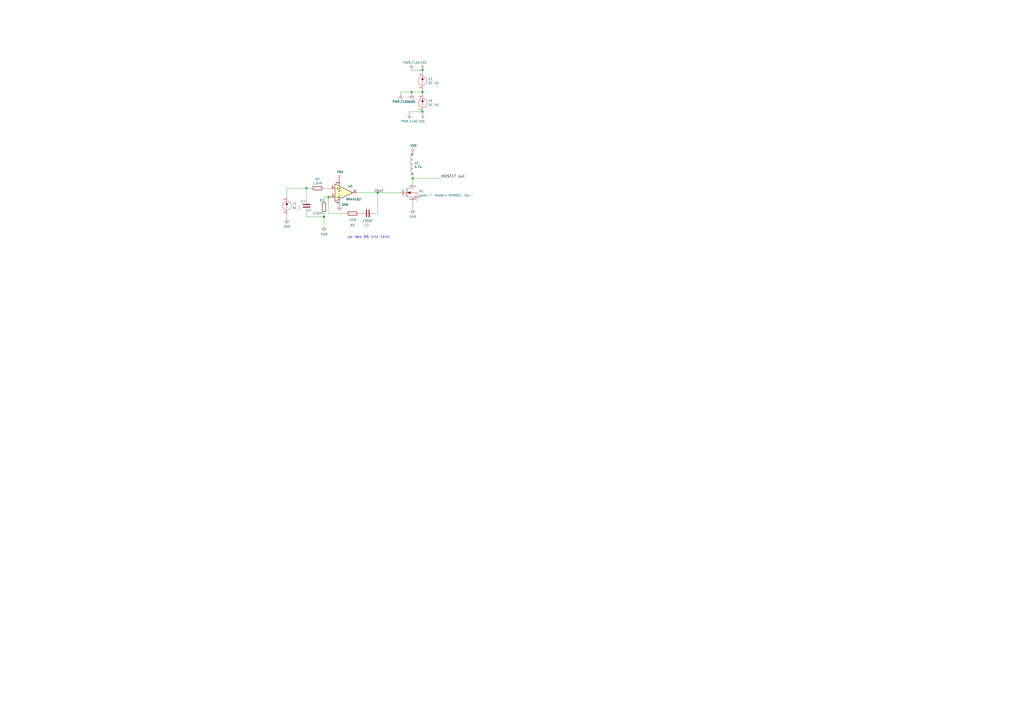
<source format=kicad_sch>
(kicad_sch (version 20210126) (generator eeschema)
  (paper "A2")
  (lib_symbols
    (symbol "Device:C" (pin_numbers hide) (pin_names (offset 0.254))
      (property "Reference" "C" (at 0.635 2.54 0))
      (property "Value" "C" (at 0.635 -2.54 0))
      (symbol "C_0_1"
        (polyline (pts (xy -2.032 -0.762) (xy 2.032 -0.762)) (stroke (width 0.508)))
        (polyline (pts (xy -2.032 0.762) (xy 2.032 0.762)) (stroke (width 0.508)))
      )
      (symbol "C_1_1"
        (pin passive line (at 0 3.81 270) (length 2.794) (name "~") (number "1"))
        (pin passive line (at 0 -3.81 90) (length 2.794) (name "~") (number "2"))
      )
    )
    (symbol "Device:R" (pin_numbers hide) (pin_names (offset 0))
      (property "Reference" "R" (at 2.032 0 90))
      (property "Value" "R" (at 0 0 90))
      (symbol "R_0_1"
        (rectangle (start -1.016 -2.54) (end 1.016 2.54) (stroke (width 0.254)))
      )
      (symbol "R_1_1"
        (pin passive line (at 0 3.81 270) (length 1.27) (name "~") (number "1"))
        (pin passive line (at 0 -3.81 90) (length 1.27) (name "~") (number "2"))
      )
    )
    (symbol "power:GND" (power) (pin_names (offset 0))
      (property "Value" "GND" (at 0 -3.81 0))
      (symbol "GND_0_1"
        (polyline (pts (xy 0 0) (xy 0 -1.27) (xy 1.27 -1.27) (xy 0 -2.54) (xy -1.27 -1.27) (xy 0 -1.27)))
      )
      (symbol "GND_1_1"
        (pin power_in line (at 0 0 270) (length 0) hide (name "GND") (number "1"))
      )
    )
    (symbol "power:PWR_FLAG" (power) (pin_numbers hide) (pin_names (offset 0) hide)
      (property "Value" "PWR_FLAG" (at 0 3.81 0))
      (symbol "PWR_FLAG_0_0"
        (pin power_out line (at 0 0 90) (length 0) (name "pwr") (number "1"))
      )
      (symbol "PWR_FLAG_0_1"
        (polyline (pts (xy 0 0) (xy 0 1.27) (xy -1.016 1.905) (xy 0 2.54) (xy 1.016 1.905) (xy 0 1.27)))
      )
    )
    (symbol "pspice:INDUCTOR" (pin_numbers hide) (pin_names (offset 0))
      (property "Reference" "L" (at 0 2.54 0))
      (property "Value" "INDUCTOR" (at 0 -1.27 0))
      (symbol "INDUCTOR_0_1"
        (arc (start -2.54 0) (end -5.08 0) (radius (at -3.81 0) (length 1.27) (angles 0.1 179.9)))
        (arc (start 0 0) (end -2.54 0) (radius (at -1.27 0) (length 1.27) (angles 0.1 179.9)))
        (arc (start 2.54 0) (end 0 0) (radius (at 1.27 0) (length 1.27) (angles 0.1 179.9)))
        (arc (start 5.08 0) (end 2.54 0) (radius (at 3.81 0) (length 1.27) (angles 0.1 179.9)))
      )
      (symbol "INDUCTOR_1_1"
        (pin input line (at -6.35 0 0) (length 1.27) (name "1") (number "1"))
        (pin input line (at 6.35 0 180) (length 1.27) (name "2") (number "2"))
      )
    )
    (symbol "pspice:MNMOS" (pin_names (offset 0))
      (property "Reference" "M" (at 7.62 1.27 0))
      (property "Value" "MNMOS" (at 7.62 -1.27 0))
      (symbol "MNMOS_0_1"
        (polyline (pts (xy -1.27 -2.54) (xy -1.27 2.54)))
        (polyline (pts (xy -0.635 -2.54) (xy 2.54 -2.54)))
        (polyline (pts (xy 2.54 2.54) (xy -0.635 2.54)))
        (polyline (pts (xy 5.08 0) (xy -0.635 0)))
        (polyline (pts (xy -0.635 0) (xy 1.27 0.635) (xy 1.27 -0.635) (xy -0.635 0)) (fill (type outline)))
      )
      (symbol "MNMOS_1_1"
        (polyline (pts (xy -0.635 -2.54) (xy -0.635 2.54)))
        (pin passive line (at 2.54 5.08 270) (length 2.54) (name "D") (number "1"))
        (pin input line (at -5.08 0 0) (length 3.81) (name "G") (number "2"))
        (pin passive line (at 2.54 -5.08 90) (length 2.54) (name "S") (number "3"))
        (pin input line (at 5.08 -5.08 90) (length 5.08) (name "B") (number "4"))
      )
    )
    (symbol "sallen_key_schlib:C" (pin_numbers hide) (pin_names (offset 0.254))
      (property "Reference" "C" (at 0.635 2.54 0))
      (property "Value" "C" (at 0.635 -2.54 0))
      (symbol "C_0_1"
        (polyline (pts (xy -2.032 -0.762) (xy 2.032 -0.762)) (stroke (width 0.508)))
        (polyline (pts (xy -2.032 0.762) (xy 2.032 0.762)) (stroke (width 0.508)))
      )
      (symbol "C_1_1"
        (pin passive line (at 0 3.81 270) (length 2.794) (name "~") (number "1"))
        (pin passive line (at 0 -3.81 90) (length 2.794) (name "~") (number "2"))
      )
    )
    (symbol "sallen_key_schlib:GND" (power) (pin_names (offset 0))
      (property "Value" "GND" (at 0 -3.81 0))
      (symbol "GND_0_1"
        (polyline (pts (xy 0 0) (xy 0 -1.27) (xy 1.27 -1.27) (xy 0 -2.54) (xy -1.27 -1.27) (xy 0 -1.27)))
      )
      (symbol "GND_1_1"
        (pin power_in line (at 0 0 270) (length 0) hide (name "GND") (number "1"))
      )
    )
    (symbol "sallen_key_schlib:Generic_Opamp"
      (property "Reference" "U" (at 0 6.35 0))
      (property "Value" "Generic_Opamp" (at 0 3.81 0))
      (symbol "Generic_Opamp_0_1"
        (polyline (pts (xy -5.08 5.08) (xy 5.08 0) (xy -5.08 -5.08) (xy -5.08 5.08)) (stroke (width 0.254)) (fill (type background)))
      )
      (symbol "Generic_Opamp_1_1"
        (pin input line (at -7.62 2.54 0) (length 2.54) (name "+") (number "1"))
        (pin input line (at -7.62 -2.54 0) (length 2.54) (name "-") (number "2"))
        (pin power_in line (at -2.54 7.62 270) (length 3.81) (name "V+") (number "3"))
        (pin power_in line (at -2.54 -7.62 90) (length 3.81) (name "V-") (number "4"))
        (pin output line (at 7.62 0 180) (length 2.54) (name "~") (number "5"))
      )
    )
    (symbol "sallen_key_schlib:R" (pin_numbers hide) (pin_names (offset 0))
      (property "Reference" "R" (at 2.032 0 90))
      (property "Value" "R" (at 0 0 90))
      (symbol "R_0_1"
        (rectangle (start -1.016 -2.54) (end 1.016 2.54) (stroke (width 0.254)))
      )
      (symbol "R_1_1"
        (pin passive line (at 0 3.81 270) (length 1.27) (name "~") (number "1"))
        (pin passive line (at 0 -3.81 90) (length 1.27) (name "~") (number "2"))
      )
    )
    (symbol "sallen_key_schlib:VDD" (power) (pin_names (offset 0))
      (property "Value" "VDD" (at 0 3.81 0))
      (symbol "VDD_0_1"
        (circle (center 0 1.905) (radius 0.635))
        (polyline (pts (xy 0 0) (xy 0 1.27)))
      )
      (symbol "VDD_1_1"
        (pin power_in line (at 0 0 90) (length 0) hide (name "VDD") (number "1"))
      )
    )
    (symbol "sallen_key_schlib:VSOURCE" (pin_names (offset 1.016))
      (property "Reference" "V" (at 5.08 5.08 0))
      (symbol "VSOURCE_0_1"
        (circle (center 0 0) (radius 2.54))
        (polyline (pts (xy 0 -1.905) (xy 0 1.905)))
        (polyline (pts (xy 0 1.905) (xy -0.635 0.635) (xy 0.635 0.635) (xy 0 1.905)) (fill (type outline)))
      )
      (symbol "VSOURCE_1_1"
        (pin input line (at 0 5.08 270) (length 2.54) (name "~") (number "1"))
        (pin input line (at 0 -5.08 90) (length 2.54) (name "~") (number "2"))
      )
    )
    (symbol "sallen_key_schlib:VSS" (power) (pin_names (offset 0))
      (property "Value" "VSS" (at 0 3.81 0))
      (symbol "VSS_0_1"
        (circle (center 0 1.905) (radius 0.635))
        (polyline (pts (xy 0 0) (xy 0 1.27)))
      )
      (symbol "VSS_1_1"
        (pin power_in line (at 0 0 90) (length 0) hide (name "VSS") (number "1"))
      )
    )
  )
  (junction (at 177.8 109.22) (diameter 1.016))
  (junction (at 187.96 125.73) (diameter 1.016))
  (junction (at 190.5 114.3) (diameter 1.016))
  (junction (at 219.075 111.76) (diameter 1.016))
  (junction (at 238.76 53.34) (diameter 1.016))
  (junction (at 239.395 103.505) (diameter 1.016))
  (junction (at 245.11 40.64) (diameter 1.016))
  (junction (at 245.11 53.34) (diameter 1.016))
  (junction (at 245.11 64.77) (diameter 1.016))
  (wire (pts (xy 166.37 109.22) (xy 166.37 114.3)))
  (wire (pts (xy 166.37 109.22) (xy 177.8 109.22)))
  (wire (pts (xy 166.37 124.46) (xy 166.37 127)))
  (wire (pts (xy 177.8 109.22) (xy 177.8 115.57)))
  (wire (pts (xy 177.8 109.22) (xy 180.34 109.22)))
  (wire (pts (xy 177.8 125.73) (xy 177.8 123.19)))
  (wire (pts (xy 177.8 125.73) (xy 187.96 125.73)))
  (wire (pts (xy 187.96 109.22) (xy 191.77 109.22)))
  (wire (pts (xy 187.96 114.3) (xy 187.96 116.205)))
  (wire (pts (xy 187.96 114.3) (xy 190.5 114.3)))
  (wire (pts (xy 187.96 123.825) (xy 187.96 125.73)))
  (wire (pts (xy 187.96 131.445) (xy 187.96 125.73)))
  (wire (pts (xy 190.5 114.3) (xy 191.77 114.3)))
  (wire (pts (xy 190.5 123.825) (xy 190.5 114.3)))
  (wire (pts (xy 200.66 123.825) (xy 190.5 123.825)))
  (wire (pts (xy 207.01 111.76) (xy 219.075 111.76)))
  (wire (pts (xy 208.28 123.825) (xy 209.55 123.825)))
  (wire (pts (xy 217.17 123.825) (xy 219.075 123.825)))
  (wire (pts (xy 219.075 111.76) (xy 231.775 111.76)))
  (wire (pts (xy 219.075 123.825) (xy 219.075 111.76)))
  (wire (pts (xy 232.41 53.34) (xy 232.41 54.61)))
  (wire (pts (xy 232.41 53.34) (xy 238.76 53.34)))
  (wire (pts (xy 237.49 64.77) (xy 237.49 66.04)))
  (wire (pts (xy 238.76 40.64) (xy 245.11 40.64)))
  (wire (pts (xy 238.76 53.34) (xy 238.76 54.61)))
  (wire (pts (xy 238.76 53.34) (xy 245.11 53.34)))
  (wire (pts (xy 239.395 101.6) (xy 239.395 103.505)))
  (wire (pts (xy 239.395 103.505) (xy 239.395 106.68)))
  (wire (pts (xy 239.395 103.505) (xy 255.905 103.505)))
  (wire (pts (xy 239.395 116.84) (xy 239.395 121.285)))
  (wire (pts (xy 245.11 40.64) (xy 245.11 41.91)))
  (wire (pts (xy 245.11 52.07) (xy 245.11 53.34)))
  (wire (pts (xy 245.11 53.34) (xy 245.11 54.61)))
  (wire (pts (xy 245.11 64.77) (xy 237.49 64.77)))
  (wire (pts (xy 245.11 66.04) (xy 245.11 64.77)))
  (text "\n.ac dec 66 1Hz 1kHz \n" (at 227.33 138.43 180) (effects (font (size 1.524 1.524)) (justify right bottom)))
  (label "Vout" (at 217.17 111.76 0) (effects (font (size 1.524 1.524))))
  (label "MOSFET out" (at 255.905 103.505 0) (effects (font (size 1.524 1.524))))
  (symbol (lib_id "sallen_key_schlib:VDD") (at 196.85 104.14 0) (unit 1)
    (property "Reference" "#PWR03" (effects hide))
    (property "Value" "VDD" (at 197.2818 99.7458 0))
  )
  (symbol (lib_id "sallen_key_schlib:VDD") (at 239.395 88.9 0) (unit 1)
    (property "Reference" "#PWR04" (effects hide))
    (property "Value" "VDD" (at 239.8268 84.5058 0))
  )
  (symbol (lib_id "sallen_key_schlib:VDD") (at 245.11 40.64 0) (unit 1)
    (property "Reference" "#PWR06" (effects hide))
    (property "Value" "VDD" (at 245.5418 36.2458 0))
  )
  (symbol (lib_id "sallen_key_schlib:VSS") (at 245.11 66.04 180) (unit 1)
    (property "Reference" "#PWR07" (effects hide))
    (property "Value" "VSS" (at 244.6528 70.4342 0))
  )
  (symbol (lib_id "power:PWR_FLAG") (at 232.41 54.61 180) (unit 1)
    (property "Reference" "#FLG0102" (effects hide))
    (property "Value" "PWR_FLAG" (at 232.41 58.9344 0))
  )
  (symbol (lib_id "power:PWR_FLAG") (at 237.49 66.04 180) (unit 1)
    (property "Reference" "#FLG0101" (effects hide))
    (property "Value" "PWR_FLAG" (at 237.49 70.3644 0))
  )
  (symbol (lib_id "power:PWR_FLAG") (at 238.76 40.64 0) (unit 1)
    (property "Reference" "#FLG0103" (effects hide))
    (property "Value" "PWR_FLAG" (at 238.76 36.3156 0))
  )
  (symbol (lib_id "sallen_key_schlib:GND") (at 166.37 127 0) (unit 1)
    (property "Reference" "#PWR0101" (effects hide))
    (property "Value" "GND" (at 166.497 131.3942 0))
  )
  (symbol (lib_id "power:GND") (at 187.96 131.445 0) (unit 1)
    (property "Reference" "#PWR01" (effects hide))
    (property "Value" "GND" (at 188.087 135.8392 0))
  )
  (symbol (lib_id "power:GND") (at 196.85 119.38 0) (unit 1)
    (property "Reference" "#PWR02" (effects hide))
    (property "Value" "GND" (at 200.152 118.6942 0))
  )
  (symbol (lib_id "sallen_key_schlib:GND") (at 238.76 54.61 0) (unit 1)
    (property "Reference" "#PWR05" (effects hide))
    (property "Value" "GND" (at 238.887 59.0042 0))
  )
  (symbol (lib_id "power:GND") (at 239.395 121.285 0) (unit 1)
    (property "Reference" "#PWR08" (effects hide))
    (property "Value" "GND" (at 239.522 125.6792 0))
  )
  (symbol (lib_id "sallen_key_schlib:R") (at 184.15 109.22 270) (unit 1)
    (property "Reference" "R2" (at 184.15 103.9622 90))
    (property "Value" "1.54M" (at 184.15 106.2736 90))
    (property "Fieldname" "Value" (effects hide))
    (property "SpiceMapping" "1 2" (effects hide))
    (property "Spice_Primitive" "R" (effects hide))
  )
  (symbol (lib_id "Device:R") (at 187.96 120.015 0) (unit 1)
    (property "Reference" "R1" (at 185.293 116.307 0) (effects (justify left)))
    (property "Value" "1.54M" (at 181.483 123.698 0) (effects (justify left)))
    (property "Footprint" "Resistor_SMD:R_0805_2012Metric" (effects hide))
    (property "Datasheet" "https://www.digikey.com/en/products/detail/yageo/RC0805FR-071M54L/727500" (effects hide))
    (property "Digikey" "311-1.54MCRCT-ND" (effects hide))
  )
  (symbol (lib_id "Device:R") (at 204.47 123.825 270) (unit 1)
    (property "Reference" "R3" (at 203.098 130.683 90) (effects (justify left)))
    (property "Value" "22M" (at 202.692 127.508 90) (effects (justify left)))
    (property "Footprint" "Resistor_SMD:R_0805_2012Metric" (effects hide))
    (property "Datasheet" "https://www.digikey.com/en/products/detail/stackpole-electronics-inc/RMCF0805FT22M0/6053747" (effects hide))
  )
  (symbol (lib_id "pspice:INDUCTOR") (at 239.395 95.25 90) (unit 1)
    (property "Reference" "L1" (at 240.4111 94.4891 90) (effects (justify right)))
    (property "Value" "4.7u" (at 240.4111 96.7878 90) (effects (justify right)))
  )
  (symbol (lib_id "sallen_key_schlib:C") (at 177.8 119.38 0) (unit 1)
    (property "Reference" "C1" (at 175.8442 116.84 0))
    (property "Value" "1n" (at 179.4256 121.92 0))
  )
  (symbol (lib_id "Device:C") (at 213.36 123.825 270) (unit 1)
    (property "Reference" "C2" (at 211.353 130.556 90) (effects (justify left)))
    (property "Value" "100pF" (at 210.312 128.016 90) (effects (justify left)))
    (property "Footprint" "Capacitor_SMD:C_0805_2012Metric" (effects hide))
    (property "Datasheet" "https://www.digikey.com/en/products/detail/samsung-electro-mechanics/CL21C101JCANNNC/3886919" (effects hide))
  )
  (symbol (lib_id "sallen_key_schlib:VSOURCE") (at 166.37 119.38 0) (unit 1)
    (property "Reference" "V1" (at 169.6212 118.2116 0) (effects (justify left)))
    (property "Value" "AC 1" (at 169.6212 120.523 0) (effects (justify left)))
  )
  (symbol (lib_id "sallen_key_schlib:VSOURCE") (at 245.11 46.99 0) (unit 1)
    (property "Reference" "V2" (at 248.3612 45.8216 0) (effects (justify left)))
    (property "Value" "DC 10" (at 248.3612 48.133 0) (effects (justify left)))
    (property "Fieldname" "Value" (effects hide))
    (property "Spice_Primitive" "V" (effects hide))
    (property "Spice_Node_Sequence" "1 2" (effects hide))
  )
  (symbol (lib_id "sallen_key_schlib:VSOURCE") (at 245.11 59.69 0) (unit 1)
    (property "Reference" "V3" (at 248.3612 58.5216 0) (effects (justify left)))
    (property "Value" "DC 10" (at 248.3612 60.833 0) (effects (justify left)))
    (property "Fieldname" "Value" (effects hide))
    (property "Spice_Primitive" "V" (effects hide))
    (property "Spice_Node_Sequence" "1 2" (effects hide))
  )
  (symbol (lib_id "pspice:MNMOS") (at 236.855 111.76 0) (unit 1)
    (property "Reference" "M1" (at 242.9511 110.9991 0) (effects (justify left)))
    (property "Value" "MNMOS" (at 242.9511 113.2978 0) (effects (justify left)))
    (property "Spice_Primitive" "I" (effects hide))
    (property "Spice_Netlist_Enabled" "Y" (effects hide))
  )
  (symbol (lib_id "sallen_key_schlib:Generic_Opamp") (at 199.39 111.76 0) (unit 1)
    (property "Reference" "U1" (at 201.93 107.95 0) (effects (justify left)))
    (property "Value" "MAX4162" (at 200.66 115.57 0) (effects (justify left)))
    (property "Spice_Primitive" "X" (effects hide))
    (property "Spice_Model" "AD8051" (effects hide))
    (property "Spice_Lib_File" "ad8051.lib" (effects hide))
    (property "Spice_Netlist_Enabled" "Y" (effects hide))
  )
)
</source>
